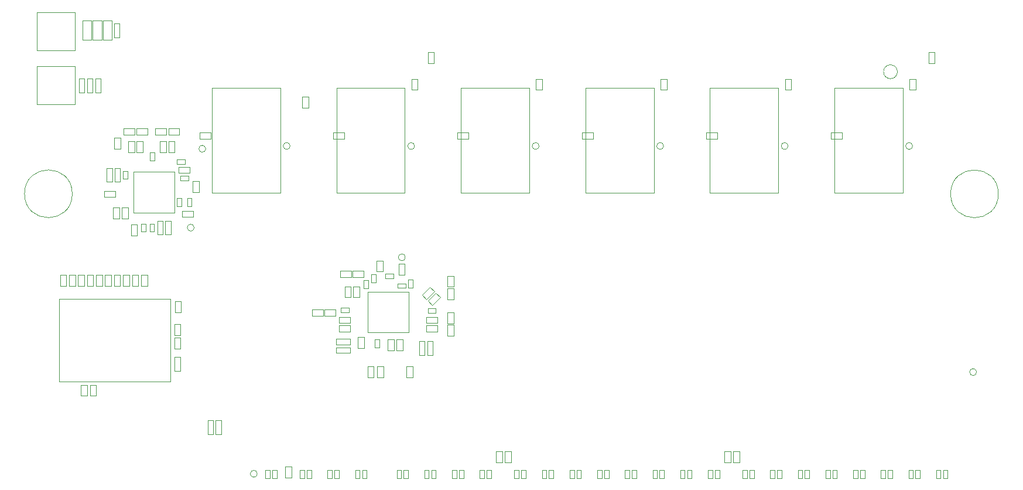
<source format=gbr>
G04 #@! TF.GenerationSoftware,KiCad,Pcbnew,(5.1.5)-3*
G04 #@! TF.CreationDate,2021-10-23T00:21:41+02:00*
G04 #@! TF.ProjectId,riser leopard 2OU Oculink,72697365-7220-46c6-956f-706172642032,rev?*
G04 #@! TF.SameCoordinates,PX4d4b990PY36d6160*
G04 #@! TF.FileFunction,Other,User*
%FSLAX46Y46*%
G04 Gerber Fmt 4.6, Leading zero omitted, Abs format (unit mm)*
G04 Created by KiCad (PCBNEW (5.1.5)-3) date 2021-10-23 00:21:41*
%MOMM*%
%LPD*%
G04 APERTURE LIST*
%ADD10C,0.050000*%
%ADD11C,0.120000*%
%ADD12C,0.040000*%
G04 APERTURE END LIST*
D10*
X52700000Y-24900000D02*
X52700000Y-26500000D01*
X52700000Y-24900000D02*
X51800000Y-24900000D01*
X51800000Y-26500000D02*
X52700000Y-26500000D01*
X51800000Y-26500000D02*
X51800000Y-24900000D01*
X10820000Y2145000D02*
X10820000Y3305000D01*
X10820000Y2145000D02*
X11470000Y2145000D01*
X11470000Y3305000D02*
X10820000Y3305000D01*
X11470000Y3305000D02*
X11470000Y2145000D01*
X19070000Y2605000D02*
X20230000Y2605000D01*
X19070000Y2605000D02*
X19070000Y1955000D01*
X20230000Y1955000D02*
X20230000Y2605000D01*
X20230000Y1955000D02*
X19070000Y1955000D01*
X19255000Y-645000D02*
X19255000Y-1805000D01*
X19255000Y-645000D02*
X18605000Y-645000D01*
X18605000Y-1805000D02*
X19255000Y-1805000D01*
X18605000Y-1805000D02*
X18605000Y-645000D01*
X19050000Y-23600000D02*
X19050000Y-25600000D01*
X19050000Y-23600000D02*
X18250000Y-23600000D01*
X18250000Y-25600000D02*
X19050000Y-25600000D01*
X18250000Y-25600000D02*
X18250000Y-23600000D01*
X18595000Y4945000D02*
X19755000Y4945000D01*
X18595000Y4945000D02*
X18595000Y4295000D01*
X19755000Y4295000D02*
X19755000Y4945000D01*
X19755000Y4295000D02*
X18595000Y4295000D01*
X14095000Y-4320000D02*
X14095000Y-5480000D01*
X14095000Y-4320000D02*
X13445000Y-4320000D01*
X13445000Y-5480000D02*
X14095000Y-5480000D01*
X13445000Y-5480000D02*
X13445000Y-4320000D01*
X20720000Y-645000D02*
X20720000Y-1805000D01*
X20720000Y-645000D02*
X20070000Y-645000D01*
X20070000Y-1805000D02*
X20720000Y-1805000D01*
X20070000Y-1805000D02*
X20070000Y-645000D01*
X15330000Y5980000D02*
X15330000Y4820000D01*
X15330000Y5980000D02*
X14680000Y5980000D01*
X14680000Y4820000D02*
X15330000Y4820000D01*
X14680000Y4820000D02*
X14680000Y5980000D01*
X14645000Y-5480000D02*
X14645000Y-4320000D01*
X14645000Y-5480000D02*
X15295000Y-5480000D01*
X15295000Y-4320000D02*
X14645000Y-4320000D01*
X15295000Y-4320000D02*
X15295000Y-5480000D01*
X10400000Y3725000D02*
X10400000Y1725000D01*
X10400000Y3725000D02*
X9600000Y3725000D01*
X9600000Y1725000D02*
X10400000Y1725000D01*
X9600000Y1725000D02*
X9600000Y3725000D01*
X16550000Y-3900000D02*
X16550000Y-5900000D01*
X16550000Y-3900000D02*
X15750000Y-3900000D01*
X15750000Y-5900000D02*
X16550000Y-5900000D01*
X15750000Y-5900000D02*
X15750000Y-3900000D01*
X9250000Y3725000D02*
X9250000Y1725000D01*
X9250000Y3725000D02*
X8450000Y3725000D01*
X8450000Y1725000D02*
X9250000Y1725000D01*
X8450000Y1725000D02*
X8450000Y3725000D01*
X16900000Y-5900000D02*
X16900000Y-3900000D01*
X16900000Y-5900000D02*
X17700000Y-5900000D01*
X17700000Y-3900000D02*
X16900000Y-3900000D01*
X17700000Y-3900000D02*
X17700000Y-5900000D01*
X41625000Y-20975000D02*
X43625000Y-20975000D01*
X41625000Y-20975000D02*
X41625000Y-21775000D01*
X43625000Y-21775000D02*
X43625000Y-20975000D01*
X43625000Y-21775000D02*
X41625000Y-21775000D01*
X47830000Y-21070000D02*
X47830000Y-22230000D01*
X47830000Y-21070000D02*
X47180000Y-21070000D01*
X47180000Y-22230000D02*
X47830000Y-22230000D01*
X47180000Y-22230000D02*
X47180000Y-21070000D01*
X46720000Y-12830000D02*
X46720000Y-11670000D01*
X46720000Y-12830000D02*
X47370000Y-12830000D01*
X47370000Y-11670000D02*
X46720000Y-11670000D01*
X47370000Y-11670000D02*
X47370000Y-12830000D01*
X43625000Y-22975000D02*
X41625000Y-22975000D01*
X43625000Y-22975000D02*
X43625000Y-22175000D01*
X41625000Y-22175000D02*
X41625000Y-22975000D01*
X41625000Y-22175000D02*
X43625000Y-22175000D01*
X51680000Y-13620000D02*
X50520000Y-13620000D01*
X51680000Y-13620000D02*
X51680000Y-12970000D01*
X50520000Y-12970000D02*
X50520000Y-13620000D01*
X50520000Y-12970000D02*
X51680000Y-12970000D01*
X45580000Y-13680000D02*
X45580000Y-12520000D01*
X45580000Y-13680000D02*
X46230000Y-13680000D01*
X46230000Y-12520000D02*
X45580000Y-12520000D01*
X46230000Y-12520000D02*
X46230000Y-13680000D01*
X54870000Y-16580000D02*
X56030000Y-16580000D01*
X54870000Y-16580000D02*
X54870000Y-17230000D01*
X56030000Y-17230000D02*
X56030000Y-16580000D01*
X56030000Y-17230000D02*
X54870000Y-17230000D01*
X48720000Y-11580000D02*
X49880000Y-11580000D01*
X48720000Y-11580000D02*
X48720000Y-12230000D01*
X49880000Y-12230000D02*
X49880000Y-11580000D01*
X49880000Y-12230000D02*
X48720000Y-12230000D01*
X54800000Y-23325000D02*
X54800000Y-21325000D01*
X54800000Y-23325000D02*
X55600000Y-23325000D01*
X55600000Y-21325000D02*
X54800000Y-21325000D01*
X55600000Y-21325000D02*
X55600000Y-23325000D01*
X42270000Y-16470000D02*
X43430000Y-16470000D01*
X42270000Y-16470000D02*
X42270000Y-17120000D01*
X43430000Y-17120000D02*
X43430000Y-16470000D01*
X43430000Y-17120000D02*
X42270000Y-17120000D01*
X52680000Y-12420000D02*
X52680000Y-13580000D01*
X52680000Y-12420000D02*
X52030000Y-12420000D01*
X52030000Y-13580000D02*
X52680000Y-13580000D01*
X52030000Y-13580000D02*
X52030000Y-12420000D01*
X54400000Y-21325000D02*
X54400000Y-23325000D01*
X54400000Y-21325000D02*
X53600000Y-21325000D01*
X53600000Y-23325000D02*
X54400000Y-23325000D01*
X53600000Y-23325000D02*
X53600000Y-21325000D01*
X4400000Y14650000D02*
X4400000Y16650000D01*
X4400000Y14650000D02*
X5200000Y14650000D01*
X5200000Y16650000D02*
X4400000Y16650000D01*
X5200000Y16650000D02*
X5200000Y14650000D01*
X6200000Y25000000D02*
X6200000Y22200000D01*
X6200000Y25000000D02*
X4900000Y25000000D01*
X4900000Y22200000D02*
X6200000Y22200000D01*
X4900000Y22200000D02*
X4900000Y25000000D01*
X6400000Y16650000D02*
X6400000Y14650000D01*
X6400000Y16650000D02*
X5600000Y16650000D01*
X5600000Y14650000D02*
X6400000Y14650000D01*
X5600000Y14650000D02*
X5600000Y16650000D01*
X6400000Y22200000D02*
X6400000Y25000000D01*
X6400000Y22200000D02*
X7700000Y22200000D01*
X7700000Y25000000D02*
X6400000Y25000000D01*
X7700000Y25000000D02*
X7700000Y22200000D01*
X6800000Y14650000D02*
X6800000Y16650000D01*
X6800000Y14650000D02*
X7600000Y14650000D01*
X7600000Y16650000D02*
X6800000Y16650000D01*
X7600000Y16650000D02*
X7600000Y14650000D01*
X9200000Y25000000D02*
X9200000Y22200000D01*
X9200000Y25000000D02*
X7900000Y25000000D01*
X7900000Y22200000D02*
X9200000Y22200000D01*
X7900000Y22200000D02*
X7900000Y25000000D01*
X9500000Y22600000D02*
X9500000Y24600000D01*
X9500000Y22600000D02*
X10300000Y22600000D01*
X10300000Y24600000D02*
X9500000Y24600000D01*
X10300000Y24600000D02*
X10300000Y22600000D01*
X23025000Y-34725000D02*
X23025000Y-32725000D01*
X23025000Y-34725000D02*
X23825000Y-34725000D01*
X23825000Y-32725000D02*
X23025000Y-32725000D01*
X23825000Y-32725000D02*
X23825000Y-34725000D01*
X24175000Y-34725000D02*
X24175000Y-32725000D01*
X24175000Y-34725000D02*
X24975000Y-34725000D01*
X24975000Y-32725000D02*
X24175000Y-32725000D01*
X24975000Y-32725000D02*
X24975000Y-34725000D01*
X32020000Y-39920000D02*
X32020000Y-41080000D01*
X32020000Y-39920000D02*
X31370000Y-39920000D01*
X31370000Y-41080000D02*
X32020000Y-41080000D01*
X31370000Y-41080000D02*
X31370000Y-39920000D01*
X37020000Y-39920000D02*
X37020000Y-41080000D01*
X37020000Y-39920000D02*
X36370000Y-39920000D01*
X36370000Y-41080000D02*
X37020000Y-41080000D01*
X36370000Y-41080000D02*
X36370000Y-39920000D01*
X41020000Y-39920000D02*
X41020000Y-41080000D01*
X41020000Y-39920000D02*
X40370000Y-39920000D01*
X40370000Y-41080000D02*
X41020000Y-41080000D01*
X40370000Y-41080000D02*
X40370000Y-39920000D01*
X44370000Y-41080000D02*
X44370000Y-39920000D01*
X44370000Y-41080000D02*
X45020000Y-41080000D01*
X45020000Y-39920000D02*
X44370000Y-39920000D01*
X45020000Y-39920000D02*
X45020000Y-41080000D01*
X32370000Y-41080000D02*
X32370000Y-39920000D01*
X32370000Y-41080000D02*
X33020000Y-41080000D01*
X33020000Y-39920000D02*
X32370000Y-39920000D01*
X33020000Y-39920000D02*
X33020000Y-41080000D01*
X37370000Y-41080000D02*
X37370000Y-39920000D01*
X37370000Y-41080000D02*
X38020000Y-41080000D01*
X38020000Y-39920000D02*
X37370000Y-39920000D01*
X38020000Y-39920000D02*
X38020000Y-41080000D01*
X42020000Y-39920000D02*
X42020000Y-41080000D01*
X42020000Y-39920000D02*
X41370000Y-39920000D01*
X41370000Y-41080000D02*
X42020000Y-41080000D01*
X41370000Y-41080000D02*
X41370000Y-39920000D01*
X46020000Y-39920000D02*
X46020000Y-41080000D01*
X46020000Y-39920000D02*
X45370000Y-39920000D01*
X45370000Y-41080000D02*
X46020000Y-41080000D01*
X45370000Y-41080000D02*
X45370000Y-39920000D01*
X67370000Y-41080000D02*
X67370000Y-39920000D01*
X67370000Y-41080000D02*
X68020000Y-41080000D01*
X68020000Y-39920000D02*
X67370000Y-39920000D01*
X68020000Y-39920000D02*
X68020000Y-41080000D01*
X72020000Y-39920000D02*
X72020000Y-41080000D01*
X72020000Y-39920000D02*
X71370000Y-39920000D01*
X71370000Y-41080000D02*
X72020000Y-41080000D01*
X71370000Y-41080000D02*
X71370000Y-39920000D01*
X76020000Y-39920000D02*
X76020000Y-41080000D01*
X76020000Y-39920000D02*
X75370000Y-39920000D01*
X75370000Y-41080000D02*
X76020000Y-41080000D01*
X75370000Y-41080000D02*
X75370000Y-39920000D01*
X80020000Y-39920000D02*
X80020000Y-41080000D01*
X80020000Y-39920000D02*
X79370000Y-39920000D01*
X79370000Y-41080000D02*
X80020000Y-41080000D01*
X79370000Y-41080000D02*
X79370000Y-39920000D01*
X68370000Y-41080000D02*
X68370000Y-39920000D01*
X68370000Y-41080000D02*
X69020000Y-41080000D01*
X69020000Y-39920000D02*
X68370000Y-39920000D01*
X69020000Y-39920000D02*
X69020000Y-41080000D01*
X72370000Y-41080000D02*
X72370000Y-39920000D01*
X72370000Y-41080000D02*
X73020000Y-41080000D01*
X73020000Y-39920000D02*
X72370000Y-39920000D01*
X73020000Y-39920000D02*
X73020000Y-41080000D01*
X76370000Y-41080000D02*
X76370000Y-39920000D01*
X76370000Y-41080000D02*
X77020000Y-41080000D01*
X77020000Y-39920000D02*
X76370000Y-39920000D01*
X77020000Y-39920000D02*
X77020000Y-41080000D01*
X80370000Y-41080000D02*
X80370000Y-39920000D01*
X80370000Y-41080000D02*
X81020000Y-41080000D01*
X81020000Y-39920000D02*
X80370000Y-39920000D01*
X81020000Y-39920000D02*
X81020000Y-41080000D01*
X101020000Y-39920000D02*
X101020000Y-41080000D01*
X101020000Y-39920000D02*
X100370000Y-39920000D01*
X100370000Y-41080000D02*
X101020000Y-41080000D01*
X100370000Y-41080000D02*
X100370000Y-39920000D01*
X105020000Y-39920000D02*
X105020000Y-41080000D01*
X105020000Y-39920000D02*
X104370000Y-39920000D01*
X104370000Y-41080000D02*
X105020000Y-41080000D01*
X104370000Y-41080000D02*
X104370000Y-39920000D01*
X109020000Y-39920000D02*
X109020000Y-41080000D01*
X109020000Y-39920000D02*
X108370000Y-39920000D01*
X108370000Y-41080000D02*
X109020000Y-41080000D01*
X108370000Y-41080000D02*
X108370000Y-39920000D01*
X113020000Y-39920000D02*
X113020000Y-41080000D01*
X113020000Y-39920000D02*
X112370000Y-39920000D01*
X112370000Y-41080000D02*
X113020000Y-41080000D01*
X112370000Y-41080000D02*
X112370000Y-39920000D01*
X101370000Y-41080000D02*
X101370000Y-39920000D01*
X101370000Y-41080000D02*
X102020000Y-41080000D01*
X102020000Y-39920000D02*
X101370000Y-39920000D01*
X102020000Y-39920000D02*
X102020000Y-41080000D01*
X105370000Y-41080000D02*
X105370000Y-39920000D01*
X105370000Y-41080000D02*
X106020000Y-41080000D01*
X106020000Y-39920000D02*
X105370000Y-39920000D01*
X106020000Y-39920000D02*
X106020000Y-41080000D01*
X109370000Y-41080000D02*
X109370000Y-39920000D01*
X109370000Y-41080000D02*
X110020000Y-41080000D01*
X110020000Y-39920000D02*
X109370000Y-39920000D01*
X110020000Y-39920000D02*
X110020000Y-41080000D01*
X113370000Y-41080000D02*
X113370000Y-39920000D01*
X113370000Y-41080000D02*
X114020000Y-41080000D01*
X114020000Y-39920000D02*
X113370000Y-39920000D01*
X114020000Y-39920000D02*
X114020000Y-41080000D01*
X116370000Y-41080000D02*
X116370000Y-39920000D01*
X116370000Y-41080000D02*
X117020000Y-41080000D01*
X117020000Y-39920000D02*
X116370000Y-39920000D01*
X117020000Y-39920000D02*
X117020000Y-41080000D01*
X120370000Y-41080000D02*
X120370000Y-39920000D01*
X120370000Y-41080000D02*
X121020000Y-41080000D01*
X121020000Y-39920000D02*
X120370000Y-39920000D01*
X121020000Y-39920000D02*
X121020000Y-41080000D01*
X124370000Y-41080000D02*
X124370000Y-39920000D01*
X124370000Y-41080000D02*
X125020000Y-41080000D01*
X125020000Y-39920000D02*
X124370000Y-39920000D01*
X125020000Y-39920000D02*
X125020000Y-41080000D01*
X128370000Y-41080000D02*
X128370000Y-39920000D01*
X128370000Y-41080000D02*
X129020000Y-41080000D01*
X129020000Y-39920000D02*
X128370000Y-39920000D01*
X129020000Y-39920000D02*
X129020000Y-41080000D01*
X51020000Y-39920000D02*
X51020000Y-41080000D01*
X51020000Y-39920000D02*
X50370000Y-39920000D01*
X50370000Y-41080000D02*
X51020000Y-41080000D01*
X50370000Y-41080000D02*
X50370000Y-39920000D01*
X55020000Y-39920000D02*
X55020000Y-41080000D01*
X55020000Y-39920000D02*
X54370000Y-39920000D01*
X54370000Y-41080000D02*
X55020000Y-41080000D01*
X54370000Y-41080000D02*
X54370000Y-39920000D01*
X59020000Y-39920000D02*
X59020000Y-41080000D01*
X59020000Y-39920000D02*
X58370000Y-39920000D01*
X58370000Y-41080000D02*
X59020000Y-41080000D01*
X58370000Y-41080000D02*
X58370000Y-39920000D01*
X63020000Y-39920000D02*
X63020000Y-41080000D01*
X63020000Y-39920000D02*
X62370000Y-39920000D01*
X62370000Y-41080000D02*
X63020000Y-41080000D01*
X62370000Y-41080000D02*
X62370000Y-39920000D01*
X118020000Y-39920000D02*
X118020000Y-41080000D01*
X118020000Y-39920000D02*
X117370000Y-39920000D01*
X117370000Y-41080000D02*
X118020000Y-41080000D01*
X117370000Y-41080000D02*
X117370000Y-39920000D01*
X122020000Y-39920000D02*
X122020000Y-41080000D01*
X122020000Y-39920000D02*
X121370000Y-39920000D01*
X121370000Y-41080000D02*
X122020000Y-41080000D01*
X121370000Y-41080000D02*
X121370000Y-39920000D01*
X126020000Y-39920000D02*
X126020000Y-41080000D01*
X126020000Y-39920000D02*
X125370000Y-39920000D01*
X125370000Y-41080000D02*
X126020000Y-41080000D01*
X125370000Y-41080000D02*
X125370000Y-39920000D01*
X130020000Y-39920000D02*
X130020000Y-41080000D01*
X130020000Y-39920000D02*
X129370000Y-39920000D01*
X129370000Y-41080000D02*
X130020000Y-41080000D01*
X129370000Y-41080000D02*
X129370000Y-39920000D01*
X51370000Y-41080000D02*
X51370000Y-39920000D01*
X51370000Y-41080000D02*
X52020000Y-41080000D01*
X52020000Y-39920000D02*
X51370000Y-39920000D01*
X52020000Y-39920000D02*
X52020000Y-41080000D01*
X55370000Y-41080000D02*
X55370000Y-39920000D01*
X55370000Y-41080000D02*
X56020000Y-41080000D01*
X56020000Y-39920000D02*
X55370000Y-39920000D01*
X56020000Y-39920000D02*
X56020000Y-41080000D01*
X59370000Y-41080000D02*
X59370000Y-39920000D01*
X59370000Y-41080000D02*
X60020000Y-41080000D01*
X60020000Y-39920000D02*
X59370000Y-39920000D01*
X60020000Y-39920000D02*
X60020000Y-41080000D01*
X64020000Y-39920000D02*
X64020000Y-41080000D01*
X64020000Y-39920000D02*
X63370000Y-39920000D01*
X63370000Y-41080000D02*
X64020000Y-41080000D01*
X63370000Y-41080000D02*
X63370000Y-39920000D01*
X83370000Y-41080000D02*
X83370000Y-39920000D01*
X83370000Y-41080000D02*
X84020000Y-41080000D01*
X84020000Y-39920000D02*
X83370000Y-39920000D01*
X84020000Y-39920000D02*
X84020000Y-41080000D01*
X88020000Y-39920000D02*
X88020000Y-41080000D01*
X88020000Y-39920000D02*
X87370000Y-39920000D01*
X87370000Y-41080000D02*
X88020000Y-41080000D01*
X87370000Y-41080000D02*
X87370000Y-39920000D01*
X91370000Y-41080000D02*
X91370000Y-39920000D01*
X91370000Y-41080000D02*
X92020000Y-41080000D01*
X92020000Y-39920000D02*
X91370000Y-39920000D01*
X92020000Y-39920000D02*
X92020000Y-41080000D01*
X95370000Y-41080000D02*
X95370000Y-39920000D01*
X95370000Y-41080000D02*
X96020000Y-41080000D01*
X96020000Y-39920000D02*
X95370000Y-39920000D01*
X96020000Y-39920000D02*
X96020000Y-41080000D01*
X84370000Y-41080000D02*
X84370000Y-39920000D01*
X84370000Y-41080000D02*
X85020000Y-41080000D01*
X85020000Y-39920000D02*
X84370000Y-39920000D01*
X85020000Y-39920000D02*
X85020000Y-41080000D01*
X89020000Y-39920000D02*
X89020000Y-41080000D01*
X89020000Y-39920000D02*
X88370000Y-39920000D01*
X88370000Y-41080000D02*
X89020000Y-41080000D01*
X88370000Y-41080000D02*
X88370000Y-39920000D01*
X93020000Y-39920000D02*
X93020000Y-41080000D01*
X93020000Y-39920000D02*
X92370000Y-39920000D01*
X92370000Y-41080000D02*
X93020000Y-41080000D01*
X92370000Y-41080000D02*
X92370000Y-39920000D01*
X97020000Y-39920000D02*
X97020000Y-41080000D01*
X97020000Y-39920000D02*
X96370000Y-39920000D01*
X96370000Y-41080000D02*
X97020000Y-41080000D01*
X96370000Y-41080000D02*
X96370000Y-39920000D01*
X3450000Y0D02*
G75*
G03X3450000Y0I-3450000J0D01*
G01*
X137350000Y-10000D02*
G75*
G03X137350000Y-10000I-3450000J0D01*
G01*
X19200000Y-15550000D02*
X19200000Y-17150000D01*
X19200000Y-15550000D02*
X18300000Y-15550000D01*
X18300000Y-17150000D02*
X19200000Y-17150000D01*
X18300000Y-17150000D02*
X18300000Y-15550000D01*
X20900000Y200000D02*
X20900000Y1800000D01*
X20900000Y200000D02*
X21800000Y200000D01*
X21800000Y1800000D02*
X20900000Y1800000D01*
X21800000Y1800000D02*
X21800000Y200000D01*
X8100000Y400000D02*
X9700000Y400000D01*
X8100000Y400000D02*
X8100000Y-500000D01*
X9700000Y-500000D02*
X9700000Y400000D01*
X9700000Y-500000D02*
X8100000Y-500000D01*
X12850000Y-4475000D02*
X12850000Y-6075000D01*
X12850000Y-4475000D02*
X11950000Y-4475000D01*
X11950000Y-6075000D02*
X12850000Y-6075000D01*
X11950000Y-6075000D02*
X11950000Y-4475000D01*
X18200000Y-22350000D02*
X18200000Y-20750000D01*
X18200000Y-22350000D02*
X19100000Y-22350000D01*
X19100000Y-20750000D02*
X18200000Y-20750000D01*
X19100000Y-20750000D02*
X19100000Y-22350000D01*
X10425000Y8100000D02*
X10425000Y6500000D01*
X10425000Y8100000D02*
X9525000Y8100000D01*
X9525000Y6500000D02*
X10425000Y6500000D01*
X9525000Y6500000D02*
X9525000Y8100000D01*
X19100000Y-18850000D02*
X19100000Y-20450000D01*
X19100000Y-18850000D02*
X18200000Y-18850000D01*
X18200000Y-20450000D02*
X19100000Y-20450000D01*
X18200000Y-20450000D02*
X18200000Y-18850000D01*
X9372600Y-3550000D02*
X9372600Y-1950000D01*
X9372600Y-3550000D02*
X10272600Y-3550000D01*
X10272600Y-1950000D02*
X9372600Y-1950000D01*
X10272600Y-1950000D02*
X10272600Y-3550000D01*
X11527400Y-1950000D02*
X11527400Y-3550000D01*
X11527400Y-1950000D02*
X10627400Y-1950000D01*
X10627400Y-3550000D02*
X11527400Y-3550000D01*
X10627400Y-3550000D02*
X10627400Y-1950000D01*
X19325000Y-2475000D02*
X20925000Y-2475000D01*
X19325000Y-2475000D02*
X19325000Y-3375000D01*
X20925000Y-3375000D02*
X20925000Y-2475000D01*
X20925000Y-3375000D02*
X19325000Y-3375000D01*
X13000000Y-11750000D02*
X13000000Y-13350000D01*
X13000000Y-11750000D02*
X12100000Y-11750000D01*
X12100000Y-13350000D02*
X13000000Y-13350000D01*
X12100000Y-13350000D02*
X12100000Y-11750000D01*
X13400000Y-13350000D02*
X13400000Y-11750000D01*
X13400000Y-13350000D02*
X14300000Y-13350000D01*
X14300000Y-11750000D02*
X13400000Y-11750000D01*
X14300000Y-11750000D02*
X14300000Y-13350000D01*
X9500000Y-13350000D02*
X9500000Y-11750000D01*
X9500000Y-13350000D02*
X10400000Y-13350000D01*
X10400000Y-11750000D02*
X9500000Y-11750000D01*
X10400000Y-11750000D02*
X10400000Y-13350000D01*
X11700000Y-11750000D02*
X11700000Y-13350000D01*
X11700000Y-11750000D02*
X10800000Y-11750000D01*
X10800000Y-13350000D02*
X11700000Y-13350000D01*
X10800000Y-13350000D02*
X10800000Y-11750000D01*
X7800000Y-11750000D02*
X7800000Y-13350000D01*
X7800000Y-11750000D02*
X6900000Y-11750000D01*
X6900000Y-13350000D02*
X7800000Y-13350000D01*
X6900000Y-13350000D02*
X6900000Y-11750000D01*
X8200000Y-13350000D02*
X8200000Y-11750000D01*
X8200000Y-13350000D02*
X9100000Y-13350000D01*
X9100000Y-11750000D02*
X8200000Y-11750000D01*
X9100000Y-11750000D02*
X9100000Y-13350000D01*
X4300000Y-13350000D02*
X4300000Y-11750000D01*
X4300000Y-13350000D02*
X5200000Y-13350000D01*
X5200000Y-11750000D02*
X4300000Y-11750000D01*
X5200000Y-11750000D02*
X5200000Y-13350000D01*
X6500000Y-11750000D02*
X6500000Y-13350000D01*
X6500000Y-11750000D02*
X5600000Y-11750000D01*
X5600000Y-13350000D02*
X6500000Y-13350000D01*
X5600000Y-13350000D02*
X5600000Y-11750000D01*
X2600000Y-11750000D02*
X2600000Y-13350000D01*
X2600000Y-11750000D02*
X1700000Y-11750000D01*
X1700000Y-13350000D02*
X2600000Y-13350000D01*
X1700000Y-13350000D02*
X1700000Y-11750000D01*
X3000000Y-13350000D02*
X3000000Y-11750000D01*
X3000000Y-13350000D02*
X3900000Y-13350000D01*
X3900000Y-11750000D02*
X3000000Y-11750000D01*
X3900000Y-11750000D02*
X3900000Y-13350000D01*
X6900000Y-27600000D02*
X6900000Y-29200000D01*
X6900000Y-27600000D02*
X6000000Y-27600000D01*
X6000000Y-29200000D02*
X6900000Y-29200000D01*
X6000000Y-29200000D02*
X6000000Y-27600000D01*
X17350000Y5950000D02*
X17350000Y7550000D01*
X17350000Y5950000D02*
X18250000Y5950000D01*
X18250000Y7550000D02*
X17350000Y7550000D01*
X18250000Y7550000D02*
X18250000Y5950000D01*
X16150000Y5950000D02*
X16150000Y7550000D01*
X16150000Y5950000D02*
X17050000Y5950000D01*
X17050000Y7550000D02*
X16150000Y7550000D01*
X17050000Y7550000D02*
X17050000Y5950000D01*
X13650000Y7550000D02*
X13650000Y5950000D01*
X13650000Y7550000D02*
X12750000Y7550000D01*
X12750000Y5950000D02*
X13650000Y5950000D01*
X12750000Y5950000D02*
X12750000Y7550000D01*
X12450000Y7550000D02*
X12450000Y5950000D01*
X12450000Y7550000D02*
X11550000Y7550000D01*
X11550000Y5950000D02*
X12450000Y5950000D01*
X11550000Y5950000D02*
X11550000Y7550000D01*
X4700000Y-29200000D02*
X4700000Y-27600000D01*
X4700000Y-29200000D02*
X5600000Y-29200000D01*
X5600000Y-27600000D02*
X4700000Y-27600000D01*
X5600000Y-27600000D02*
X5600000Y-29200000D01*
X18850000Y3900000D02*
X20450000Y3900000D01*
X18850000Y3900000D02*
X18850000Y3000000D01*
X20450000Y3000000D02*
X20450000Y3900000D01*
X20450000Y3000000D02*
X18850000Y3000000D01*
X47450000Y-11250000D02*
X47450000Y-9650000D01*
X47450000Y-11250000D02*
X48350000Y-11250000D01*
X48350000Y-9650000D02*
X47450000Y-9650000D01*
X48350000Y-9650000D02*
X48350000Y-11250000D01*
X47550000Y-26500000D02*
X47550000Y-24900000D01*
X47550000Y-26500000D02*
X48450000Y-26500000D01*
X48450000Y-24900000D02*
X47550000Y-24900000D01*
X48450000Y-24900000D02*
X48450000Y-26500000D01*
X47050000Y-24900000D02*
X47050000Y-26500000D01*
X47050000Y-24900000D02*
X46150000Y-24900000D01*
X46150000Y-26500000D02*
X47050000Y-26500000D01*
X46150000Y-26500000D02*
X46150000Y-24900000D01*
X49972600Y-21000000D02*
X49972600Y-22600000D01*
X49972600Y-21000000D02*
X49072600Y-21000000D01*
X49072600Y-22600000D02*
X49972600Y-22600000D01*
X49072600Y-22600000D02*
X49072600Y-21000000D01*
X50327400Y-22600000D02*
X50327400Y-21000000D01*
X50327400Y-22600000D02*
X51227400Y-22600000D01*
X51227400Y-21000000D02*
X50327400Y-21000000D01*
X51227400Y-21000000D02*
X51227400Y-22600000D01*
X51550000Y-10100000D02*
X51550000Y-11700000D01*
X51550000Y-10100000D02*
X50650000Y-10100000D01*
X50650000Y-11700000D02*
X51550000Y-11700000D01*
X50650000Y-11700000D02*
X50650000Y-10100000D01*
X44725000Y-22275000D02*
X44725000Y-20675000D01*
X44725000Y-22275000D02*
X45625000Y-22275000D01*
X45625000Y-20675000D02*
X44725000Y-20675000D01*
X45625000Y-20675000D02*
X45625000Y-22275000D01*
X44050000Y-14975000D02*
X44050000Y-13375000D01*
X44050000Y-14975000D02*
X44950000Y-14975000D01*
X44950000Y-13375000D02*
X44050000Y-13375000D01*
X44950000Y-13375000D02*
X44950000Y-14975000D01*
X43750000Y-13375000D02*
X43750000Y-14975000D01*
X43750000Y-13375000D02*
X42850000Y-13375000D01*
X42850000Y-14975000D02*
X43750000Y-14975000D01*
X42850000Y-14975000D02*
X42850000Y-13375000D01*
X43650000Y-18700000D02*
X42050000Y-18700000D01*
X43650000Y-18700000D02*
X43650000Y-17800000D01*
X42050000Y-17800000D02*
X42050000Y-18700000D01*
X42050000Y-17800000D02*
X43650000Y-17800000D01*
X42050000Y-19000000D02*
X43650000Y-19000000D01*
X42050000Y-19000000D02*
X42050000Y-19900000D01*
X43650000Y-19900000D02*
X43650000Y-19000000D01*
X43650000Y-19900000D02*
X42050000Y-19900000D01*
X54650000Y-17800000D02*
X56250000Y-17800000D01*
X54650000Y-17800000D02*
X54650000Y-18700000D01*
X56250000Y-18700000D02*
X56250000Y-17800000D01*
X56250000Y-18700000D02*
X54650000Y-18700000D01*
X56250000Y-19900000D02*
X54650000Y-19900000D01*
X56250000Y-19900000D02*
X56250000Y-19000000D01*
X54650000Y-19000000D02*
X54650000Y-19900000D01*
X54650000Y-19000000D02*
X56250000Y-19000000D01*
X54016117Y-14597487D02*
X55147487Y-13466117D01*
X54016117Y-14597487D02*
X54652513Y-15233883D01*
X55783883Y-14102513D02*
X55147487Y-13466117D01*
X55783883Y-14102513D02*
X54652513Y-15233883D01*
X56633883Y-14952513D02*
X55502513Y-16083883D01*
X56633883Y-14952513D02*
X55997487Y-14316117D01*
X54866117Y-15447487D02*
X55502513Y-16083883D01*
X54866117Y-15447487D02*
X55997487Y-14316117D01*
X64750000Y-38800000D02*
X64750000Y-37200000D01*
X64750000Y-38800000D02*
X65650000Y-38800000D01*
X65650000Y-37200000D02*
X64750000Y-37200000D01*
X65650000Y-37200000D02*
X65650000Y-38800000D01*
X35150000Y-39400000D02*
X35150000Y-41000000D01*
X35150000Y-39400000D02*
X34250000Y-39400000D01*
X34250000Y-41000000D02*
X35150000Y-41000000D01*
X34250000Y-41000000D02*
X34250000Y-39400000D01*
X66000000Y-38800000D02*
X66000000Y-37200000D01*
X66000000Y-38800000D02*
X66900000Y-38800000D01*
X66900000Y-37200000D02*
X66000000Y-37200000D01*
X66900000Y-37200000D02*
X66900000Y-38800000D01*
X99900000Y-37200000D02*
X99900000Y-38800000D01*
X99900000Y-37200000D02*
X99000000Y-37200000D01*
X99000000Y-38800000D02*
X99900000Y-38800000D01*
X99000000Y-38800000D02*
X99000000Y-37200000D01*
X23450000Y7950000D02*
X21850000Y7950000D01*
X23450000Y7950000D02*
X23450000Y8850000D01*
X21850000Y8850000D02*
X21850000Y7950000D01*
X21850000Y8850000D02*
X23450000Y8850000D01*
X59150000Y8850000D02*
X60750000Y8850000D01*
X59150000Y8850000D02*
X59150000Y7950000D01*
X60750000Y7950000D02*
X60750000Y8850000D01*
X60750000Y7950000D02*
X59150000Y7950000D01*
X95150000Y8825000D02*
X96750000Y8825000D01*
X95150000Y8825000D02*
X95150000Y7925000D01*
X96750000Y7925000D02*
X96750000Y8825000D01*
X96750000Y7925000D02*
X95150000Y7925000D01*
X114750000Y7950000D02*
X113150000Y7950000D01*
X114750000Y7950000D02*
X114750000Y8850000D01*
X113150000Y8850000D02*
X113150000Y7950000D01*
X113150000Y8850000D02*
X114750000Y8850000D01*
X42750000Y7950000D02*
X41150000Y7950000D01*
X42750000Y7950000D02*
X42750000Y8850000D01*
X41150000Y8850000D02*
X41150000Y7950000D01*
X41150000Y8850000D02*
X42750000Y8850000D01*
X77150000Y8850000D02*
X78750000Y8850000D01*
X77150000Y8850000D02*
X77150000Y7950000D01*
X78750000Y7950000D02*
X78750000Y8850000D01*
X78750000Y7950000D02*
X77150000Y7950000D01*
X37600000Y14050000D02*
X37600000Y12450000D01*
X37600000Y14050000D02*
X36700000Y14050000D01*
X36700000Y12450000D02*
X37600000Y12450000D01*
X36700000Y12450000D02*
X36700000Y14050000D01*
X70500000Y15000000D02*
X70500000Y16600000D01*
X70500000Y15000000D02*
X71400000Y15000000D01*
X71400000Y16600000D02*
X70500000Y16600000D01*
X71400000Y16600000D02*
X71400000Y15000000D01*
X107400000Y16600000D02*
X107400000Y15000000D01*
X107400000Y16600000D02*
X106500000Y16600000D01*
X106500000Y15000000D02*
X107400000Y15000000D01*
X106500000Y15000000D02*
X106500000Y16600000D01*
X124500000Y15000000D02*
X124500000Y16600000D01*
X124500000Y15000000D02*
X125400000Y15000000D01*
X125400000Y16600000D02*
X124500000Y16600000D01*
X125400000Y16600000D02*
X125400000Y15000000D01*
X53400000Y16600000D02*
X53400000Y15000000D01*
X53400000Y16600000D02*
X52500000Y16600000D01*
X52500000Y15000000D02*
X53400000Y15000000D01*
X52500000Y15000000D02*
X52500000Y16600000D01*
X89400000Y16600000D02*
X89400000Y15000000D01*
X89400000Y16600000D02*
X88500000Y16600000D01*
X88500000Y15000000D02*
X89400000Y15000000D01*
X88500000Y15000000D02*
X88500000Y16600000D01*
X55775000Y20475000D02*
X55775000Y18875000D01*
X55775000Y20475000D02*
X54875000Y20475000D01*
X54875000Y18875000D02*
X55775000Y18875000D01*
X54875000Y18875000D02*
X54875000Y20475000D01*
X127250000Y18875000D02*
X127250000Y20475000D01*
X127250000Y18875000D02*
X128150000Y18875000D01*
X128150000Y20475000D02*
X127250000Y20475000D01*
X128150000Y20475000D02*
X128150000Y18875000D01*
X98650000Y-37200000D02*
X98650000Y-38800000D01*
X98650000Y-37200000D02*
X97750000Y-37200000D01*
X97750000Y-38800000D02*
X98650000Y-38800000D01*
X97750000Y-38800000D02*
X97750000Y-37200000D01*
X18200000Y3150000D02*
X18200000Y-2750000D01*
X18200000Y-2750000D02*
X12300000Y-2750000D01*
X12300000Y-2750000D02*
X12300000Y3150000D01*
X12300000Y3150000D02*
X18200000Y3150000D01*
X46200000Y-20050000D02*
X46200000Y-14150000D01*
X52100000Y-20050000D02*
X46200000Y-20050000D01*
X52100000Y-14150000D02*
X52100000Y-20050000D01*
X46200000Y-14150000D02*
X52100000Y-14150000D01*
D11*
X-1700000Y26250000D02*
X3800000Y26250000D01*
X3800000Y26250000D02*
X3800000Y24950000D01*
X3800000Y24950000D02*
X3800000Y20750000D01*
X3800000Y20750000D02*
X-1700000Y20750000D01*
X-1700000Y20750000D02*
X-1700000Y26250000D01*
X3850000Y18450000D02*
X3850000Y12950000D01*
X-1650000Y18450000D02*
X3850000Y18450000D01*
X-1650000Y14250000D02*
X-1650000Y18450000D01*
X-1650000Y12950000D02*
X-1650000Y14250000D01*
X3850000Y12950000D02*
X-1650000Y12950000D01*
D10*
X1550000Y-15200000D02*
X1550000Y-27100000D01*
X17650000Y-15200000D02*
X17650000Y-27100000D01*
X17650000Y-27100000D02*
X1550000Y-27100000D01*
X17650000Y-15200000D02*
X1550000Y-15200000D01*
D11*
X95650000Y15250000D02*
X95650000Y2250000D01*
X105550000Y15250000D02*
X95650000Y15250000D01*
X105550000Y150000D02*
X105550000Y15250000D01*
X95650000Y150000D02*
X105550000Y150000D01*
X95650000Y2250000D02*
X95650000Y150000D01*
X59650000Y2250000D02*
X59650000Y150000D01*
X59650000Y150000D02*
X69550000Y150000D01*
X69550000Y150000D02*
X69550000Y15250000D01*
X69550000Y15250000D02*
X59650000Y15250000D01*
X59650000Y15250000D02*
X59650000Y2250000D01*
X77650000Y15250000D02*
X77650000Y2250000D01*
X87550000Y15250000D02*
X77650000Y15250000D01*
X87550000Y150000D02*
X87550000Y15250000D01*
X77650000Y150000D02*
X87550000Y150000D01*
X77650000Y2250000D02*
X77650000Y150000D01*
X23650000Y2250000D02*
X23650000Y150000D01*
X23650000Y150000D02*
X33550000Y150000D01*
X33550000Y150000D02*
X33550000Y15250000D01*
X33550000Y15250000D02*
X23650000Y15250000D01*
X23650000Y15250000D02*
X23650000Y2250000D01*
X41650000Y15250000D02*
X41650000Y2250000D01*
X51550000Y15250000D02*
X41650000Y15250000D01*
X51550000Y150000D02*
X51550000Y15250000D01*
X41650000Y150000D02*
X51550000Y150000D01*
X41650000Y2250000D02*
X41650000Y150000D01*
D12*
X21075000Y-4900000D02*
G75*
G03X21075000Y-4900000I-500000J0D01*
G01*
X51600000Y-9175000D02*
G75*
G03X51600000Y-9175000I-500000J0D01*
G01*
X30200000Y-40450000D02*
G75*
G03X30200000Y-40450000I-500000J0D01*
G01*
X134200000Y-25750000D02*
G75*
G03X134200000Y-25750000I-500000J0D01*
G01*
X22750000Y6500000D02*
G75*
G03X22750000Y6500000I-500000J0D01*
G01*
X34950000Y6900000D02*
G75*
G03X34950000Y6900000I-500000J0D01*
G01*
X70950000Y6900000D02*
G75*
G03X70950000Y6900000I-500000J0D01*
G01*
X106950000Y6900000D02*
G75*
G03X106950000Y6900000I-500000J0D01*
G01*
X124950000Y6900000D02*
G75*
G03X124950000Y6900000I-500000J0D01*
G01*
X52950000Y6900000D02*
G75*
G03X52950000Y6900000I-500000J0D01*
G01*
X88950000Y6900000D02*
G75*
G03X88950000Y6900000I-500000J0D01*
G01*
D10*
X45600000Y-12050000D02*
X44000000Y-12050000D01*
X45600000Y-12050000D02*
X45600000Y-11150000D01*
X44000000Y-11150000D02*
X44000000Y-12050000D01*
X44000000Y-11150000D02*
X45600000Y-11150000D01*
X58625000Y-17150000D02*
X58625000Y-18750000D01*
X58625000Y-17150000D02*
X57725000Y-17150000D01*
X57725000Y-18750000D02*
X58625000Y-18750000D01*
X57725000Y-18750000D02*
X57725000Y-17150000D01*
X43800000Y-12050000D02*
X42200000Y-12050000D01*
X43800000Y-12050000D02*
X43800000Y-11150000D01*
X42200000Y-11150000D02*
X42200000Y-12050000D01*
X42200000Y-11150000D02*
X43800000Y-11150000D01*
X58625000Y-18950000D02*
X58625000Y-20550000D01*
X58625000Y-18950000D02*
X57725000Y-18950000D01*
X57725000Y-20550000D02*
X58625000Y-20550000D01*
X57725000Y-20550000D02*
X57725000Y-18950000D01*
X41500000Y-17650000D02*
X39900000Y-17650000D01*
X41500000Y-17650000D02*
X41500000Y-16750000D01*
X39900000Y-16750000D02*
X39900000Y-17650000D01*
X39900000Y-16750000D02*
X41500000Y-16750000D01*
X57725000Y-13450000D02*
X57725000Y-11850000D01*
X57725000Y-13450000D02*
X58625000Y-13450000D01*
X58625000Y-11850000D02*
X57725000Y-11850000D01*
X58625000Y-11850000D02*
X58625000Y-13450000D01*
X39700000Y-17650000D02*
X38100000Y-17650000D01*
X39700000Y-17650000D02*
X39700000Y-16750000D01*
X38100000Y-16750000D02*
X38100000Y-17650000D01*
X38100000Y-16750000D02*
X39700000Y-16750000D01*
X57725000Y-15250000D02*
X57725000Y-13650000D01*
X57725000Y-15250000D02*
X58625000Y-15250000D01*
X58625000Y-13650000D02*
X57725000Y-13650000D01*
X58625000Y-13650000D02*
X58625000Y-15250000D01*
X18950000Y8550000D02*
X17350000Y8550000D01*
X18950000Y8550000D02*
X18950000Y9450000D01*
X17350000Y9450000D02*
X17350000Y8550000D01*
X17350000Y9450000D02*
X18950000Y9450000D01*
X17050000Y8550000D02*
X15450000Y8550000D01*
X17050000Y8550000D02*
X17050000Y9450000D01*
X15450000Y9450000D02*
X15450000Y8550000D01*
X15450000Y9450000D02*
X17050000Y9450000D01*
X12750000Y9450000D02*
X14350000Y9450000D01*
X12750000Y9450000D02*
X12750000Y8550000D01*
X14350000Y8550000D02*
X14350000Y9450000D01*
X14350000Y8550000D02*
X12750000Y8550000D01*
X10850000Y9450000D02*
X12450000Y9450000D01*
X10850000Y9450000D02*
X10850000Y8550000D01*
X12450000Y8550000D02*
X12450000Y9450000D01*
X12450000Y8550000D02*
X10850000Y8550000D01*
D11*
X113650000Y15250000D02*
X113650000Y2250000D01*
X123550000Y15250000D02*
X113650000Y15250000D01*
X123550000Y150000D02*
X123550000Y15250000D01*
X113650000Y150000D02*
X123550000Y150000D01*
X113650000Y2250000D02*
X113650000Y150000D01*
D10*
X122750000Y17625000D02*
G75*
G03X122750000Y17625000I-1000000J0D01*
G01*
M02*

</source>
